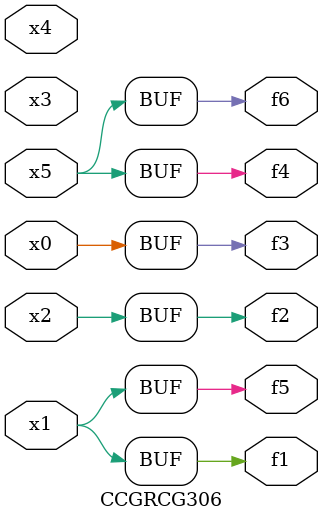
<source format=v>
module CCGRCG306(
	input x0, x1, x2, x3, x4, x5,
	output f1, f2, f3, f4, f5, f6
);
	assign f1 = x1;
	assign f2 = x2;
	assign f3 = x0;
	assign f4 = x5;
	assign f5 = x1;
	assign f6 = x5;
endmodule

</source>
